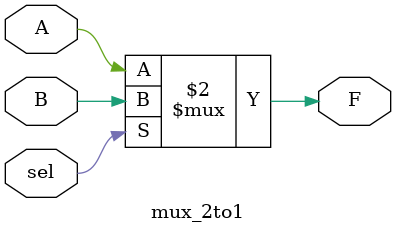
<source format=v>
module mux_2to1 (
    input wire sel, A, B,
    output wire F);

    assign F = (sel == 1'b0) ? A : B;

endmodule 
</source>
